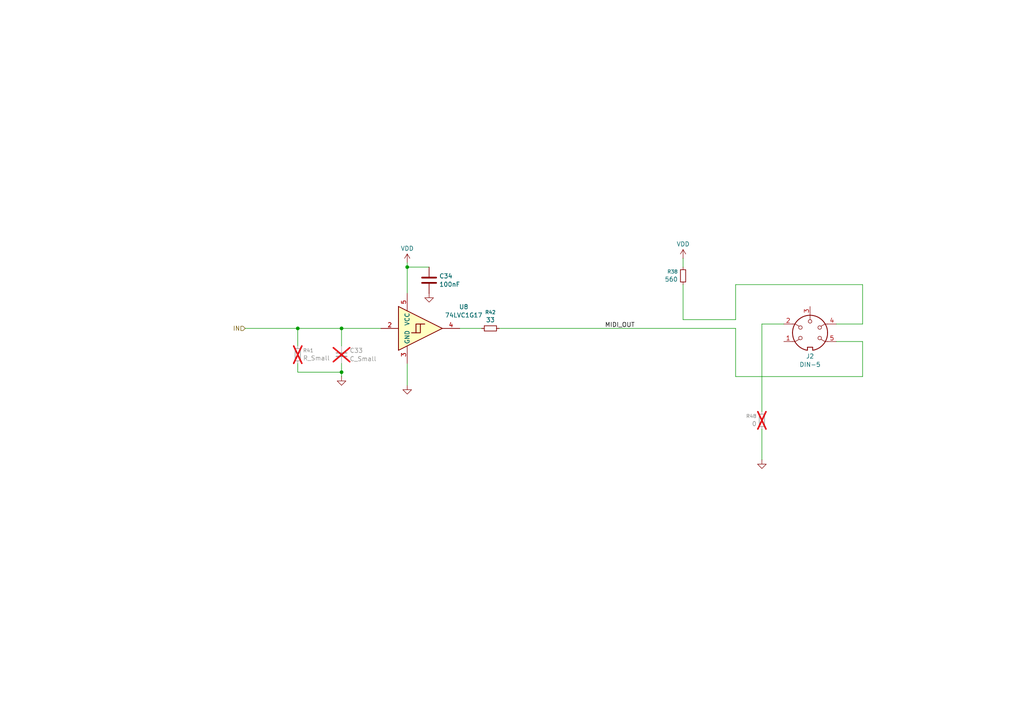
<source format=kicad_sch>
(kicad_sch (version 20250114) (generator "eeschema") (generator_version "9.0")
  (paper "A4")
  (lib_symbols
    (symbol "74xGxx:74LVC1G17"
      (property "Reference" "U" (at 0 3.81 0))
      (property "Value" "74LVC1G17" (at 0 -3.81 0))
      (symbol "74LVC1G17_0_1"
        (polyline (pts (xy -7.62 6.35) (xy -7.62 -6.35) (xy 5.08 0) (xy -7.62 6.35)) (stroke (width 0.254)) (fill (type background)))
        (polyline (pts (xy -3.81 -1.27) (xy -2.54 -1.27) (xy -2.54 1.27) (xy -1.27 1.27)) (stroke (width 0.254)) (fill (type background)))
        (polyline (pts (xy -2.54 -1.27) (xy -1.27 -1.27) (xy -1.27 1.27) (xy 0 1.27)) (stroke (width 0.254)) (fill (type background)))
      )
      (symbol "74LVC1G17_1_1"
        (pin input line (at -12.7 0 0) (length 5.08) (name "~") (number "2"))
        (pin no_connect line (at -7.62 5.08 180) (length 5.08) (hide yes) (name "NC") (number "1"))
        (pin power_in line (at -5.08 10.16 270) (length 5.08) (name "VCC") (number "5"))
        (pin power_in line (at -5.08 -10.16 90) (length 5.08) (name "GND") (number "3"))
        (pin output line (at 10.16 0 180) (length 5.08) (name "~") (number "4"))
      )
    )
    (symbol "Connector:DIN-5" (pin_names (offset 1.016))
      (property "Reference" "J" (at 3.175 5.715 0))
      (property "Value" "DIN-5" (at 0 -6.35 0))
      (symbol "DIN-5_0_1"
        (polyline (pts (xy -5.08 2.54) (xy -4.318 2.54) (xy -3.175 1.905)))
        (polyline (pts (xy -5.08 -2.54) (xy -4.318 -2.54) (xy -3.175 -1.905)))
        (circle (center -2.794 1.524) (radius 0.508))
        (circle (center -2.794 -1.524) (radius 0.508))
        (polyline (pts (xy -0.762 -4.953) (xy -0.762 -4.191) (xy 0.762 -4.191) (xy 0.762 -4.953)) (stroke (width 0.254)))
        (arc (start 5.08 0) (mid 3.8673 -3.3444) (end 0.762 -5.08) (stroke (width 0.254)))
        (polyline (pts (xy 0 5.08) (xy 0 3.81)))
        (circle (center 0 3.302) (radius 0.508))
        (arc (start -5.08 0) (mid 0 5.0579) (end 5.08 0) (stroke (width 0.254)))
        (arc (start -0.762 -5.08) (mid -3.8597 -3.3379) (end -5.08 0) (stroke (width 0.254)))
        (circle (center 2.794 1.524) (radius 0.508))
        (circle (center 2.794 -1.524) (radius 0.508))
        (polyline (pts (xy 5.08 2.54) (xy 4.318 2.54) (xy 3.175 1.905)))
        (polyline (pts (xy 5.08 -2.54) (xy 4.318 -2.54) (xy 3.175 -1.905)))
      )
      (symbol "DIN-5_1_1"
        (pin passive line (at -7.62 2.54 0) (length 2.54) (name "~") (number "2"))
        (pin passive line (at -7.62 -2.54 0) (length 2.54) (name "~") (number "1"))
        (pin passive line (at 0 7.62 270) (length 2.54) (name "~") (number "3"))
        (pin passive line (at 7.62 2.54 180) (length 2.54) (name "~") (number "4"))
        (pin passive line (at 7.62 -2.54 180) (length 2.54) (name "~") (number "5"))
      )
    )
    (symbol "Device:C" (pin_numbers (hide yes)) (pin_names (offset 0.254))
      (property "Reference" "C" (at 0.635 2.54 0))
      (property "Value" "C" (at 0.635 -2.54 0))
      (symbol "C_0_1"
        (polyline (pts (xy -2.032 0.762) (xy 2.032 0.762)) (stroke (width 0.508)))
        (polyline (pts (xy -2.032 -0.762) (xy 2.032 -0.762)) (stroke (width 0.508)))
      )
      (symbol "C_1_1"
        (pin passive line (at 0 3.81 270) (length 2.794) (name "~") (number "1"))
        (pin passive line (at 0 -3.81 90) (length 2.794) (name "~") (number "2"))
      )
    )
    (symbol "Device:C_Small" (pin_numbers (hide yes)) (pin_names (offset 0.254) (hide yes))
      (property "Reference" "C" (at 0.254 1.778 0))
      (property "Value" "C_Small" (at 0.254 -2.032 0))
      (symbol "C_Small_0_1"
        (polyline (pts (xy -1.524 0.508) (xy 1.524 0.508)) (stroke (width 0.3048)))
        (polyline (pts (xy -1.524 -0.508) (xy 1.524 -0.508)) (stroke (width 0.3302)))
      )
      (symbol "C_Small_1_1"
        (pin passive line (at 0 2.54 270) (length 2.032) (name "~") (number "1"))
        (pin passive line (at 0 -2.54 90) (length 2.032) (name "~") (number "2"))
      )
    )
    (symbol "Device:R_Small" (pin_numbers (hide yes)) (pin_names (offset 0.254) (hide yes))
      (property "Reference" "R" (at 0 0 90))
      (property "Value" "R_Small" (at 1.778 0 90))
      (symbol "R_Small_0_1"
        (rectangle (start -0.762 1.778) (end 0.762 -1.778) (stroke (width 0.2032)))
      )
      (symbol "R_Small_1_1"
        (pin passive line (at 0 2.54 270) (length 0.762) (name "~") (number "1"))
        (pin passive line (at 0 -2.54 90) (length 0.762) (name "~") (number "2"))
      )
    )
    (symbol "power:GND" (power) (pin_numbers (hide yes)) (pin_names (offset 0) (hide yes))
      (property "Value" "GND" (at 0 -3.81 0))
      (symbol "GND_0_1"
        (polyline (pts (xy 0 0) (xy 0 -1.27) (xy 1.27 -1.27) (xy 0 -2.54) (xy -1.27 -1.27) (xy 0 -1.27)))
      )
      (symbol "GND_1_1"
        (pin power_in line (at 0 0 270) (length 0) (name "~") (number "1"))
      )
    )
    (symbol "power:VDD" (power) (pin_numbers (hide yes)) (pin_names (offset 0) (hide yes))
      (property "Value" "VDD" (at 0 3.556 0))
      (symbol "VDD_0_1"
        (polyline (pts (xy -0.762 1.27) (xy 0 2.54)))
        (polyline (pts (xy 0 2.54) (xy 0.762 1.27)))
        (polyline (pts (xy 0 0) (xy 0 2.54)))
      )
      (symbol "VDD_1_1"
        (pin power_in line (at 0 0 90) (length 0) (name "~") (number "1"))
      )
    )
  )
  (junction (at 118.11 77.47))
  (junction (at 86.36 95.25))
  (junction (at 99.06 95.25))
  (junction (at 99.06 107.95))
  (wire (pts (xy 118.11 76.2) (xy 118.11 77.47)))
  (wire (pts (xy 144.78 95.25) (xy 213.36 95.25)))
  (wire (pts (xy 99.06 105.41) (xy 99.06 107.95)))
  (wire (pts (xy 118.11 77.47) (xy 118.11 85.09)))
  (wire (pts (xy 71.12 95.25) (xy 86.36 95.25)))
  (wire (pts (xy 220.98 93.98) (xy 220.98 119.38)))
  (wire (pts (xy 198.12 74.93) (xy 198.12 77.47)))
  (wire (pts (xy 220.98 124.46) (xy 220.98 133.35)))
  (wire (pts (xy 86.36 95.25) (xy 86.36 100.33)))
  (wire (pts (xy 250.19 99.06) (xy 242.57 99.06)))
  (wire (pts (xy 198.12 82.55) (xy 198.12 92.71)))
  (wire (pts (xy 213.36 82.55) (xy 250.19 82.55)))
  (wire (pts (xy 133.35 95.25) (xy 139.7 95.25)))
  (wire (pts (xy 86.36 95.25) (xy 99.06 95.25)))
  (wire (pts (xy 242.57 93.98) (xy 250.19 93.98)))
  (wire (pts (xy 198.12 92.71) (xy 213.36 92.71)))
  (wire (pts (xy 250.19 82.55) (xy 250.19 93.98)))
  (wire (pts (xy 99.06 109.22) (xy 99.06 107.95)))
  (wire (pts (xy 250.19 109.22) (xy 250.19 99.06)))
  (wire (pts (xy 99.06 95.25) (xy 99.06 100.33)))
  (wire (pts (xy 213.36 92.71) (xy 213.36 82.55)))
  (wire (pts (xy 227.33 93.98) (xy 220.98 93.98)))
  (wire (pts (xy 118.11 77.47) (xy 124.46 77.47)))
  (wire (pts (xy 99.06 107.95) (xy 86.36 107.95)))
  (wire (pts (xy 118.11 105.41) (xy 118.11 111.76)))
  (wire (pts (xy 86.36 105.41) (xy 86.36 107.95)))
  (wire (pts (xy 213.36 109.22) (xy 250.19 109.22)))
  (wire (pts (xy 99.06 95.25) (xy 110.49 95.25)))
  (wire (pts (xy 213.36 95.25) (xy 213.36 109.22)))
  (label "MIDI_OUT" (at 184.15 95.25 180))
  (hierarchical_label "IN" (shape input) (at 71.12 95.25 180))
  (symbol (lib_id "Device:R_Small") (at 86.36 102.87 180) (unit 1) (dnp yes)
    (property "Reference" "R41" (at 87.8586 101.6578 0) (effects (font (size 1.016 1.016)) (justify right)))
    (property "Value" "R_Small" (at 87.8586 103.8777 0) (effects (justify right)))
    (property "Footprint" "Resistor_SMD:R_0603_1608Metric" (effects (hide yes)))
    (property "Description" "Resistor, small symbol" (effects (hide yes)))
  )
  (symbol (lib_id "Device:R_Small") (at 198.12 80.01 0) (mirror x) (unit 1)
    (property "Reference" "R38" (at 196.6215 78.7978 0) (effects (font (size 1.016 1.016)) (justify right)))
    (property "Value" "560" (at 196.6215 81.0177 0) (effects (justify right)))
    (property "Footprint" "Resistor_SMD:R_0603_1608Metric" (effects (hide yes)))
    (property "Description" "Resistor, small symbol" (effects (hide yes)))
    (property "PN" "CRCW06032K20FKEA" (effects (hide yes)))
    (property "LCSC Part #" "C4190" (effects (hide yes)))
  )
  (symbol (lib_id "Device:C") (at 124.46 81.28 0) (unit 1)
    (property "Reference" "C34" (at 127.381 80.0678 0) (effects (justify left)))
    (property "Value" "100nF" (at 127.381 82.4921 0) (effects (justify left)))
    (property "Footprint" "Capacitor_SMD:C_0603_1608Metric" (effects (hide yes)))
    (property "Description" "Unpolarized capacitor" (effects (hide yes)))
    (property "PN" "CC0603KRX7R9BB104" (effects (hide yes)))
    (property "LCSC Part #" "C14663" (effects (hide yes)))
  )
  (symbol (lib_id "power:GND") (at 99.06 109.22 0) (unit 1)
    (property "Reference" "#PWR056" (effects (hide yes)))
    (property "Value" "GND" (effects (hide yes)))
    (property "Description" "Power symbol creates a global label with name \"GND\" , ground" (effects (hide yes)))
  )
  (symbol (lib_id "power:GND") (at 118.11 111.76 0) (unit 1)
    (property "Reference" "#PWR058" (effects (hide yes)))
    (property "Value" "GND" (effects (hide yes)))
    (property "Description" "Power symbol creates a global label with name \"GND\" , ground" (effects (hide yes)))
  )
  (symbol (lib_id "power:GND") (at 124.46 85.09 0) (unit 1)
    (property "Reference" "#PWR059" (effects (hide yes)))
    (property "Value" "GND" (effects (hide yes)))
    (property "Description" "Power symbol creates a global label with name \"GND\" , ground" (effects (hide yes)))
  )
  (symbol (lib_id "power:VDD") (at 198.12 74.93 0) (mirror y) (unit 1)
    (property "Reference" "#PWR055" (effects (hide yes)))
    (property "Value" "VDD" (at 198.12 70.7969 0))
    (property "Description" "Power symbol creates a global label with name \"VDD\"" (effects (hide yes)))
  )
  (symbol (lib_id "Device:C_Small") (at 99.06 102.87 0) (unit 1) (dnp yes)
    (property "Reference" "C33" (at 101.3841 101.6641 0) (effects (justify left)))
    (property "Value" "C_Small" (at 101.3841 104.0884 0) (effects (justify left)))
    (property "Footprint" "Capacitor_SMD:C_0603_1608Metric" (effects (hide yes)))
    (property "Description" "Unpolarized capacitor, small symbol" (effects (hide yes)))
  )
  (symbol (lib_id "74xGxx:74LVC1G17") (at 123.19 95.25 0) (unit 1)
    (property "Reference" "U8" (at 134.4953 89.0034 0))
    (property "Value" "74LVC1G17" (at 134.4953 91.4277 0))
    (property "Footprint" "Package_TO_SOT_SMD:SOT-23-5" (effects (hide yes)))
    (property "Datasheet" "https://www.ti.com/lit/ds/symlink/sn74lvc1g17.pdf" (effects (hide yes)))
    (property "Description" "Single Schmitt Buffer Gate, Low-Voltage CMOS" (effects (hide yes)))
    (property "PN" "SN74LVC1G17DBVR" (effects (hide yes)))
    (property "LCSC Part #" "C7836" (effects (hide yes)))
  )
  (symbol (lib_id "power:GND") (at 220.98 133.35 0) (mirror y) (unit 1)
    (property "Reference" "#PWR054" (effects (hide yes)))
    (property "Value" "GND" (effects (hide yes)))
    (property "Description" "Power symbol creates a global label with name \"GND\" , ground" (effects (hide yes)))
  )
  (symbol (lib_id "Device:R_Small") (at 142.24 95.25 90) (unit 1)
    (property "Reference" "R42" (at 142.24 90.5733 90) (effects (font (size 1.016 1.016))))
    (property "Value" "33" (at 142.24 92.7932 90))
    (property "Footprint" "Resistor_SMD:R_0603_1608Metric" (effects (hide yes)))
    (property "Description" "Resistor, small symbol" (effects (hide yes)))
    (property "PN" "CRCW060333R0FKEAC" (effects (hide yes)))
    (property "LCSC Part #" "C23140" (effects (hide yes)))
  )
  (symbol (lib_id "Connector:DIN-5") (at 234.95 96.52 0) (unit 1)
    (property "Reference" "J2" (at 234.95 103.32 0))
    (property "Value" "DIN-5" (at 234.95 105.7443 0))
    (property "Footprint" "eth68:KCDX-5S-S2" (effects (hide yes)))
    (property "Datasheet" "http://www.mouser.com/ds/2/18/40_c091_abd_e-75918.pdf" (effects (hide yes)))
    (property "Description" "5-pin DIN connector" (effects (hide yes)))
  )
  (symbol (lib_id "power:VDD") (at 118.11 76.2 0) (unit 1)
    (property "Reference" "#PWR057" (effects (hide yes)))
    (property "Value" "VDD" (at 118.11 72.0669 0))
    (property "Description" "Power symbol creates a global label with name \"VDD\"" (effects (hide yes)))
  )
  (symbol (lib_id "Device:R_Small") (at 220.98 121.92 0) (mirror x) (unit 1) (dnp yes)
    (property "Reference" "R48" (at 219.4814 120.7078 0) (effects (font (size 1.016 1.016)) (justify right)))
    (property "Value" "0" (at 219.4814 122.9277 0) (effects (justify right)))
    (property "Footprint" "Resistor_SMD:R_0603_1608Metric" (effects (hide yes)))
    (property "Description" "Resistor, small symbol" (effects (hide yes)))
    (property "PN" "CRCW06030000Z0EA" (effects (hide yes)))
    (property "LCSC Part #" "C21189" (effects (hide yes)))
  )
)
</source>
